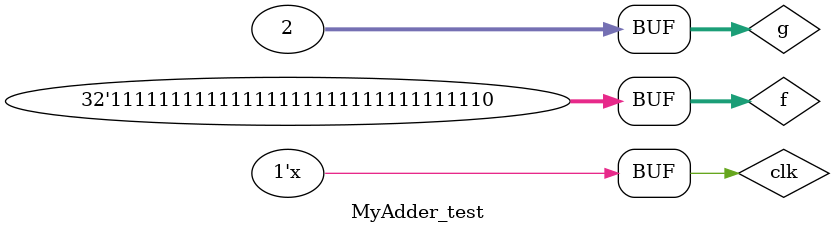
<source format=sv>
module MyAdder_test();

logic clk;
logic [31:0] f, g, h;
logic out;

MyAdder MyAdder_tst(f, g,h, out);

always begin 
 #1 clk = ~clk;
end

initial begin
	clk = 0;
	f = 2593;
	g = 2940;
	
	#4 f = 32'hfffffffe;
	   g= 1;
	#4 g = 2;
	
end

endmodule
</source>
